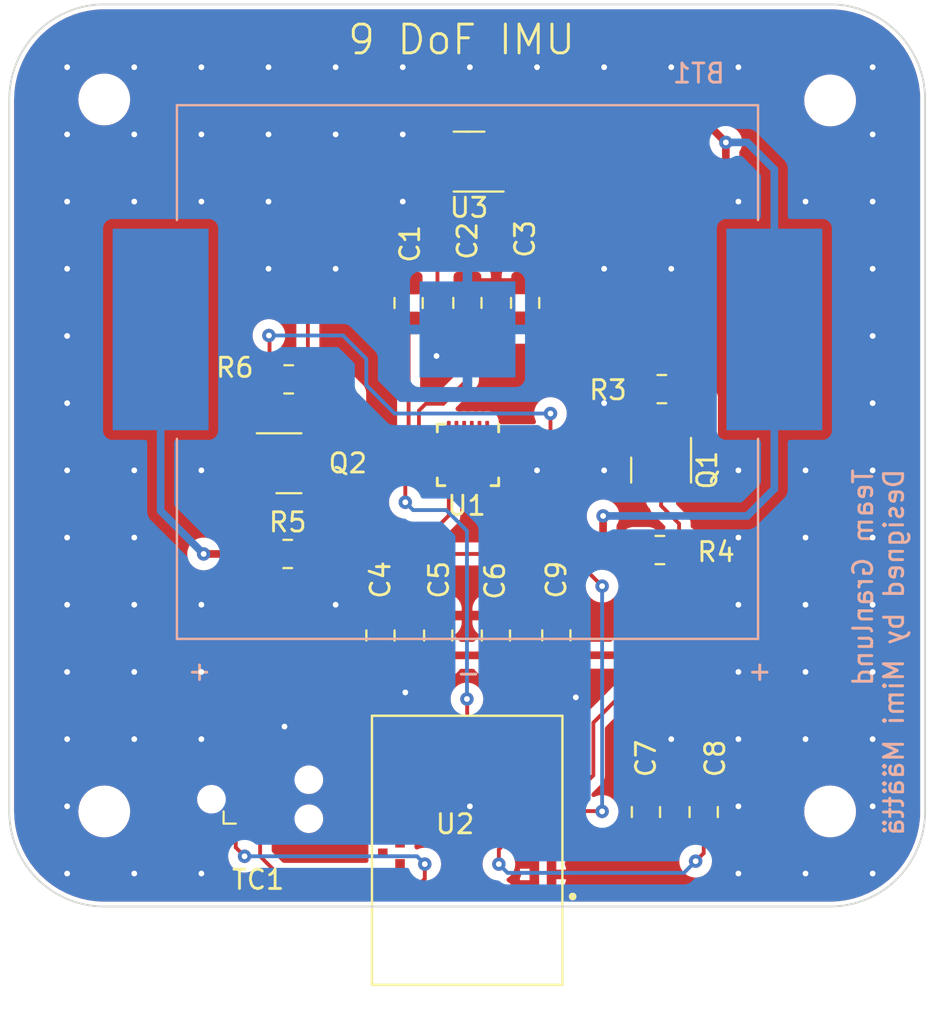
<source format=kicad_pcb>
(kicad_pcb (version 20221018) (generator pcbnew)
  (layers (0 "F.Cu" signal) (31 "B.Cu" signal) (34 "B.Paste" user) (35 "F.Paste" user) (36 "B.SilkS" user "B.Silkscreen") (37 "F.SilkS" user "F.Silkscreen") (38 "B.Mask" user) (39 "F.Mask" user) (44 "Edge.Cuts" user))
  (net 0 "")
  (net 1 "GND")
  (net 2 "VCC")
  (net 3 "Net-(U1-REGOUT)")
  (net 4 "Net-(U2-P0.26)")
  (net 5 "Net-(U2-P0.25)")
  (net 6 "+1V8")
  (net 7 "/SDA")
  (net 8 "/SW_DIO")
  (net 9 "/SW_CLK")
  (net 10 "/RESET")
  (net 19 "/SCL_VIN")
  (net 20 "/INT1")
  (net 27 "/SCL")
  (net 53 "/SDA_VIN")
  (footprint "Package_TO_SOT_SMD:SOT-23" (layer "F.Cu") (at 147.0429 92.8624)
    (fp_text reference "Q2" (at 3.0711 0) (layer "F.SilkS"))
    (fp_text value "BSS138" hide)
    (fp_line (start 0 -1.56) (end -1.675 -1.56) (stroke (width 0.12)) (layer "F.SilkS"))
    (fp_line (start 0 -1.56) (end 0.65 -1.56) (stroke (width 0.12)) (layer "F.SilkS"))
    (fp_line (start 0 1.56) (end -0.65 1.56) (stroke (width 0.12)) (layer "F.SilkS"))
    (fp_line (start 0 1.56) (end 0.65 1.56) (stroke (width 0.12)) (layer "F.SilkS"))
    (pad "1" smd roundrect (at -0.9375 -0.95) (size 1.475 0.6) (layers "F.Cu" "F.Paste" "F.Mask") (net 6 "+1V8"))
    (pad "2" smd roundrect (at -0.9375 0.95) (size 1.475 0.6) (layers "F.Cu" "F.Paste" "F.Mask") (net 7 "/SDA"))
    (pad "3" smd roundrect (at 0.9375 0) (size 1.475 0.6) (layers "F.Cu" "F.Paste" "F.Mask") (net 53 "/SDA_VIN"))
  )
  (footprint "Capacitor_SMD:C_0805_2012Metric_Pad1.18x1.45mm_HandSolder" (layer "F.Cu") (at 165.6588 111.029846 90)
    (fp_text reference "C7" (at 2.793668 -0.004241 90) (layer "F.SilkS"))
    (fp_text value "12p")
    (fp_line (start -0.261252 -0.735) (end 0.261252 -0.735) (stroke (width 0.12)) (layer "F.SilkS"))
    (fp_line (start -0.261252 0.735) (end 0.261252 0.735) (stroke (width 0.12)) (layer "F.SilkS"))
    (pad "1" smd roundrect (at -1.0375 0 90) (size 1.175 1.45) (layers "F.Cu" "F.Paste" "F.Mask") (roundrect_rratio 0.2127659574) (net 4 "Net-(U2-P0.26)"))
    (pad "2" smd roundrect (at 1.0375 0 90) (size 1.175 1.45) (layers "F.Cu" "F.Paste" "F.Mask") (roundrect_rratio 0.2127659574) (net 1 "GND"))
  )
  (footprint "Capacitor_SMD:C_0805_2012Metric_Pad1.18x1.45mm_HandSolder" (layer "F.Cu") (at 168.6688 111.029846 90)
    (fp_text reference "C8" (at 2.793668 0.592559 90) (layer "F.SilkS"))
    (fp_text value "12p")
    (fp_line (start -0.261252 -0.735) (end 0.261252 -0.735) (stroke (width 0.12)) (layer "F.SilkS"))
    (fp_line (start -0.261252 0.735) (end 0.261252 0.735) (stroke (width 0.12)) (layer "F.SilkS"))
    (pad "1" smd roundrect (at -1.0375 0 90) (size 1.175 1.45) (layers "F.Cu" "F.Paste" "F.Mask") (roundrect_rratio 0.2127659574) (net 5 "Net-(U2-P0.25)"))
    (pad "2" smd roundrect (at 1.0375 0 90) (size 1.175 1.45) (layers "F.Cu" "F.Paste" "F.Mask") (roundrect_rratio 0.2127659574) (net 1 "GND"))
  )
  (footprint "MountingHole:MountingHole_2.2mm_M2" (layer "F.Cu") (at 137.414 73.914)
    (fp_text reference "REF**" hide)
    (fp_text value "MountingHole_2.2mm_M2" hide)
    (pad "" np_thru_hole circle (at 0 0) (size 2.2 2.2) (drill 2.2) (layers "*.Cu" "*.Mask"))
  )
  (footprint "Package_TO_SOT_SMD:SOT-23-5" (layer "F.Cu") (at 156.4331 77.15 180)
    (fp_text reference "U3" (at 0 -2.4) (layer "F.SilkS"))
    (fp_text value "TPS76918" hide)
    (fp_line (start 0 -1.56) (end -1.8 -1.56) (stroke (width 0.12)) (layer "F.SilkS"))
    (fp_line (start 0 -1.56) (end 0.8 -1.56) (stroke (width 0.12)) (layer "F.SilkS"))
    (fp_line (start 0 1.56) (end -0.8 1.56) (stroke (width 0.12)) (layer "F.SilkS"))
    (fp_line (start 0 1.56) (end 0.8 1.56) (stroke (width 0.12)) (layer "F.SilkS"))
    (pad "1" smd roundrect (at -1.1375 -0.95 180) (size 1.325 0.6) (layers "F.Cu" "F.Paste" "F.Mask") (net 2 "VCC"))
    (pad "2" smd roundrect (at -1.1375 0 180) (size 1.325 0.6) (layers "F.Cu" "F.Paste" "F.Mask") (net 1 "GND"))
    (pad "3" smd roundrect (at -1.1375 0.95 180) (size 1.325 0.6) (layers "F.Cu" "F.Paste" "F.Mask") (net 2 "VCC"))
    (pad "4" smd roundrect (at 1.1375 0.95 180) (size 1.325 0.6) (layers "F.Cu" "F.Paste" "F.Mask"))
    (pad "5" smd roundrect (at 1.1375 -0.95 180) (size 1.325 0.6) (layers "F.Cu" "F.Paste" "F.Mask") (net 6 "+1V8"))
  )
  (footprint "Resistor_SMD:R_0805_2012Metric_Pad1.20x1.40mm_HandSolder" (layer "F.Cu") (at 166.386 97.3836)
    (fp_text reference "R4" (at 2.9304 0.1016) (layer "F.SilkS"))
    (fp_text value "4.7k")
    (fp_line (start -0.227064 -0.735) (end 0.227064 -0.735) (stroke (width 0.12)) (layer "F.SilkS"))
    (fp_line (start -0.227064 0.735) (end 0.227064 0.735) (stroke (width 0.12)) (layer "F.SilkS"))
    (pad "1" smd roundrect (at -1 0) (size 1.2 1.4) (layers "F.Cu" "F.Paste" "F.Mask") (roundrect_rratio 0.2083333333) (net 2 "VCC"))
    (pad "2" smd roundrect (at 1 0) (size 1.2 1.4) (layers "F.Cu" "F.Paste" "F.Mask") (roundrect_rratio 0.2083333333) (net 19 "/SCL_VIN"))
  )
  (footprint "Capacitor_SMD:C_0805_2012Metric_Pad1.18x1.45mm_HandSolder" (layer "F.Cu") (at 160.9852 101.8247 -90)
    (fp_text reference "C9" (at -2.8956 0 90) (layer "F.SilkS"))
    (fp_text value "1u")
    (fp_line (start -0.261252 -0.735) (end 0.261252 -0.735) (stroke (width 0.12)) (layer "F.SilkS"))
    (fp_line (start -0.261252 0.735) (end 0.261252 0.735) (stroke (width 0.12)) (layer "F.SilkS"))
    (pad "1" smd roundrect (at -1.0375 0 270) (size 1.175 1.45) (layers "F.Cu" "F.Paste" "F.Mask") (roundrect_rratio 0.2127659574) (net 1 "GND"))
    (pad "2" smd roundrect (at 1.0375 0 270) (size 1.175 1.45) (layers "F.Cu" "F.Paste" "F.Mask") (roundrect_rratio 0.2127659574) (net 2 "VCC"))
  )
  (footprint "Resistor_SMD:R_0805_2012Metric_Pad1.20x1.40mm_HandSolder" (layer "F.Cu") (at 146.9804 97.5868)
    (fp_text reference "R5" (at 0 -1.65) (layer "F.SilkS"))
    (fp_text value "4.7k")
    (fp_line (start -0.227064 -0.735) (end 0.227064 -0.735) (stroke (width 0.12)) (layer "F.SilkS"))
    (fp_line (start -0.227064 0.735) (end 0.227064 0.735) (stroke (width 0.12)) (layer "F.SilkS"))
    (pad "1" smd roundrect (at -1 0) (size 1.2 1.4) (layers "F.Cu" "F.Paste" "F.Mask") (roundrect_rratio 0.2083333333) (net 2 "VCC"))
    (pad "2" smd roundrect (at 1 0) (size 1.2 1.4) (layers "F.Cu" "F.Paste" "F.Mask") (roundrect_rratio 0.2083333333) (net 53 "/SDA_VIN"))
  )
  (footprint "MountingHole:MountingHole_2.2mm_M2" (layer "F.Cu") (at 175.26 73.9648)
    (fp_text reference "REF**" hide)
    (fp_text value "MountingHole_2.2mm_M2" hide)
    (pad "" np_thru_hole circle (at 0 0) (size 2.2 2.2) (drill 2.2) (layers "*.Cu" "*.Mask"))
  )
  (footprint "Capacitor_SMD:C_0805_2012Metric_Pad1.18x1.45mm_HandSolder" (layer "F.Cu") (at 157.8356 101.8325 90)
    (fp_text reference "C6" (at 2.8448 -0.0508 90) (layer "F.SilkS"))
    (fp_text value "100n")
    (fp_line (start -0.261252 -0.735) (end 0.261252 -0.735) (stroke (width 0.12)) (layer "F.SilkS"))
    (fp_line (start -0.261252 0.735) (end 0.261252 0.735) (stroke (width 0.12)) (layer "F.SilkS"))
    (pad "1" smd roundrect (at -1.0375 0 90) (size 1.175 1.45) (layers "F.Cu" "F.Paste" "F.Mask") (roundrect_rratio 0.2127659574) (net 2 "VCC"))
    (pad "2" smd roundrect (at 1.0375 0 90) (size 1.175 1.45) (layers "F.Cu" "F.Paste" "F.Mask") (roundrect_rratio 0.2127659574) (net 1 "GND"))
  )
  (footprint "Capacitor_SMD:C_0805_2012Metric_Pad1.18x1.45mm_HandSolder" (layer "F.Cu") (at 153.28335 84.516088 -90)
    (fp_text reference "C1" (at -3.083688 -0.06905 90) (layer "F.SilkS"))
    (fp_text value "0.1u")
    (fp_line (start -0.261252 -0.735) (end 0.261252 -0.735) (stroke (width 0.12)) (layer "F.SilkS"))
    (fp_line (start -0.261252 0.735) (end 0.261252 0.735) (stroke (width 0.12)) (layer "F.SilkS"))
    (pad "1" smd roundrect (at -1.0375 0 270) (size 1.175 1.45) (layers "F.Cu" "F.Paste" "F.Mask") (roundrect_rratio 0.2127659574) (net 1 "GND"))
    (pad "2" smd roundrect (at 1.0375 0 270) (size 1.175 1.45) (layers "F.Cu" "F.Paste" "F.Mask") (roundrect_rratio 0.2127659574) (net 3 "Net-(U1-REGOUT)"))
  )
  (footprint "MountingHole:MountingHole_2.2mm_M2" (layer "F.Cu") (at 175.26 110.998)
    (fp_text reference "REF**" hide)
    (fp_text value "MountingHole_2.2mm_M2" hide)
    (pad "" np_thru_hole circle (at 0 0) (size 2.2 2.2) (drill 2.2) (layers "*.Cu" "*.Mask"))
  )
  (footprint "Connector:Tag-Connect_TC2030-IDC-NL_2x03_P1.27mm_Vertical" (layer "F.Cu") (at 145.542 110.363)
    (fp_text reference "TC1" (at -0.1016 4.191) (layer "F.SilkS"))
    (fp_text value "TC2030-IDC" hide)
    (fp_line (start -1.905 1.27) (end -1.905 0.635) (stroke (width 0.12)) (layer "F.SilkS"))
    (fp_line (start -1.27 1.27) (end -1.905 1.27) (stroke (width 0.12)) (layer "F.SilkS"))
    (pad "" np_thru_hole circle (at -2.54 0) (size 0.9906 0.9906) (drill 0.9906) (layers "*.Cu" "*.Mask"))
    (pad "" np_thru_hole circle (at 2.54 -1.016) (size 0.9906 0.9906) (drill 0.9906) (layers "*.Cu" "*.Mask"))
    (pad "" np_thru_hole circle (at 2.54 1.016) (size 0.9906 0.9906) (drill 0.9906) (layers "*.Cu" "*.Mask"))
    (pad "1" connect circle (at -1.27 0.635) (size 0.7874 0.7874) (layers "F.Cu" "F.Mask") (net 8 "/SW_DIO"))
    (pad "2" connect circle (at -1.27 -0.635) (size 0.7874 0.7874) (layers "F.Cu" "F.Mask") (net 2 "VCC"))
    (pad "3" connect circle (at 0 0.635) (size 0.7874 0.7874) (layers "F.Cu" "F.Mask") (net 9 "/SW_CLK"))
    (pad "4" connect circle (at 0 -0.635) (size 0.7874 0.7874) (layers "F.Cu" "F.Mask") (net 10 "/RESET"))
    (pad "5" connect circle (at 1.27 0.635) (size 0.7874 0.7874) (layers "F.Cu" "F.Mask"))
    (pad "6" connect circle (at 1.27 -0.635) (size 0.7874 0.7874) (layers "F.Cu" "F.Mask") (net 1 "GND"))
    (zone (net 0) (net_name "") (layer "F.Cu") (connect_pads (clearance 0)) (min_thickness 0.254)
      (keepout (tracks allowed) (vias not_allowed) (pads allowed) (copperpour not_allowed) (footprints not_allowed))
      (fill (thermal_gap 0.508) (thermal_bridge_width 0.508))
      (polygon (pts (xy 146.812 109.728) (xy 144.272 109.728) (xy 144.272 110.998) (xy 146.812 110.998)))
    )
  )
  (footprint "Sensor_Motion:InvenSense_QFN-24_3x3mm_P0.4mm" (layer "F.Cu") (at 156.3784 92.4292 -90)
    (fp_text reference "U1" (at 2.6416 0.0762) (layer "F.SilkS"))
    (fp_text value "ICM-20948" hide)
    (fp_line (start -1.6 -1.6) (end -1.2 -1.6) (stroke (width 0.15)) (layer "F.SilkS"))
    (fp_line (start -1.6 1.6) (end -1.6 1.2) (stroke (width 0.15)) (layer "F.SilkS"))
    (fp_line (start -1.6 1.6) (end -1.2 1.6) (stroke (width 0.15)) (layer "F.SilkS"))
    (fp_line (start 1.6 -1.6) (end 1.2 -1.6) (stroke (width 0.15)) (layer "F.SilkS"))
    (fp_line (start 1.6 -1.6) (end 1.6 -1.2) (stroke (width 0.15)) (layer "F.SilkS"))
    (fp_line (start 1.6 1.6) (end 1.2 1.6) (stroke (width 0.15)) (layer "F.SilkS"))
    (fp_line (start 1.6 1.6) (end 1.6 1.2) (stroke (width 0.15)) (layer "F.SilkS"))
    (pad "1" smd roundrect (at -1.5 -1 270) (size 0.55 0.2) (layers "F.Cu" "F.Paste" "F.Mask"))
    (pad "2" smd roundrect (at -1.5 -0.6 270) (size 0.55 0.2) (layers "F.Cu" "F.Paste" "F.Mask"))
    (pad "3" smd roundrect (at -1.5 -0.2 270) (size 0.55 0.2) (layers "F.Cu" "F.Paste" "F.Mask"))
    (pad "4" smd roundrect (at -1.5 0.2 270) (size 0.55 0.2) (layers "F.Cu" "F.Paste" "F.Mask"))
    (pad "5" smd roundrect (at -1.5 0.6 270) (size 0.55 0.2) (layers "F.Cu" "F.Paste" "F.Mask"))
    (pad "6" smd roundrect (at -1.5 1 270) (size 0.55 0.2) (layers "F.Cu" "F.Paste" "F.Mask"))
    (pad "7" smd roundrect (at -1 1.5) (size 0.55 0.2) (layers "F.Cu" "F.Paste" "F.Mask"))
    (pad "8" smd roundrect (at -0.6 1.5) (size 0.55 0.2) (layers "F.Cu" "F.Paste" "F.Mask") (net 6 "+1V8"))
    (pad "9" smd roundrect (at -0.2 1.5) (size 0.55 0.2) (layers "F.Cu" "F.Paste" "F.Mask") (net 1 "GND"))
    (pad "10" smd roundrect (at 0.2 1.5) (size 0.55 0.2) (layers "F.Cu" "F.Paste" "F.Mask") (net 3 "Net-(U1-REGOUT)"))
    (pad "11" smd roundrect (at 0.6 1.5) (size 0.55 0.2) (layers "F.Cu" "F.Paste" "F.Mask") (net 1 "GND"))
    (pad "12" smd roundrect (at 1 1.5) (size 0.55 0.2) (layers "F.Cu" "F.Paste" "F.Mask") (net 20 "/INT1"))
    (pad "13" smd roundrect (at 1.5 1 270) (size 0.55 0.2) (layers "F.Cu" "F.Paste" "F.Mask") (net 6 "+1V8"))
    (pad "14" smd roundrect (at 1.5 0.6 270) (size 0.55 0.2) (layers "F.Cu" "F.Paste" "F.Mask"))
    (pad "15" smd roundrect (at 1.5 0.2 270) (size 0.55 0.2) (layers "F.Cu" "F.Paste" "F.Mask"))
    (pad "16" smd roundrect (at 1.5 -0.2 270) (size 0.55 0.2) (layers "F.Cu" "F.Paste" "F.Mask"))
    (pad "17" smd roundrect (at 1.5 -0.6 270) (size 0.55 0.2) (layers "F.Cu" "F.Paste" "F.Mask"))
    (pad "18" smd roundrect (at 1.5 -1 270) (size 0.55 0.2) (layers "F.Cu" "F.Paste" "F.Mask") (net 1 "GND"))
    (pad "19" smd roundrect (at 1 -1.5) (size 0.55 0.2) (layers "F.Cu" "F.Paste" "F.Mask"))
    (pad "20" smd roundrect (at 0.6 -1.5) (size 0.55 0.2) (layers "F.Cu" "F.Paste" "F.Mask") (net 1 "GND"))
    (pad "21" smd roundrect (at 0.2 -1.5) (size 0.55 0.2) (layers "F.Cu" "F.Paste" "F.Mask"))
    (pad "22" smd roundrect (at -0.2 -1.5) (size 0.55 0.2) (layers "F.Cu" "F.Paste" "F.Mask"))
    (pad "23" smd roundrect (at -0.6 -1.5) (size 0.55 0.2) (layers "F.Cu" "F.Paste" "F.Mask") (net 27 "/SCL"))
    (pad "24" smd roundrect (at -1 -1.5) (size 0.55 0.2) (layers "F.Cu" "F.Paste" "F.Mask") (net 7 "/SDA"))
  )
  (footprint "Capacitor_SMD:C_0805_2012Metric_Pad1.18x1.45mm_HandSolder" (layer "F.Cu") (at 156.3496 84.5097 90)
    (fp_text reference "C2" (at 3.2297 0 90) (layer "F.SilkS"))
    (fp_text value "1u")
    (fp_line (start -0.261252 -0.735) (end 0.261252 -0.735) (stroke (width 0.12)) (layer "F.SilkS"))
    (fp_line (start -0.261252 0.735) (end 0.261252 0.735) (stroke (width 0.12)) (layer "F.SilkS"))
    (pad "1" smd roundrect (at -1.0375 0 90) (size 1.175 1.45) (layers "F.Cu" "F.Paste" "F.Mask") (roundrect_rratio 0.2127659574) (net 6 "+1V8"))
    (pad "2" smd roundrect (at 1.0375 0 90) (size 1.175 1.45) (layers "F.Cu" "F.Paste" "F.Mask") (roundrect_rratio 0.2127659574) (net 1 "GND"))
  )
  (footprint "Capacitor_SMD:C_0805_2012Metric_Pad1.18x1.45mm_HandSolder" (layer "F.Cu") (at 151.8156 101.8325 90)
    (fp_text reference "C4" (at 2.8956 0 90) (layer "F.SilkS"))
    (fp_text value "10u")
    (fp_line (start -0.261252 -0.735) (end 0.261252 -0.735) (stroke (width 0.12)) (layer "F.SilkS"))
    (fp_line (start -0.261252 0.735) (end 0.261252 0.735) (stroke (width 0.12)) (layer "F.SilkS"))
    (pad "1" smd roundrect (at -1.0375 0 90) (size 1.175 1.45) (layers "F.Cu" "F.Paste" "F.Mask") (roundrect_rratio 0.2127659574) (net 2 "VCC"))
    (pad "2" smd roundrect (at 1.0375 0 90) (size 1.175 1.45) (layers "F.Cu" "F.Paste" "F.Mask") (roundrect_rratio 0.2127659574) (net 1 "GND"))
  )
  (footprint "Package_TO_SOT_SMD:SOT-23" (layer "F.Cu") (at 166.4485 93.218 -90)
    (fp_text reference "Q1" (at 0 -2.4 90) (layer "F.SilkS"))
    (fp_text value "BSS138" hide)
    (fp_line (start 0 -1.56) (end -1.675 -1.56) (stroke (width 0.12)) (layer "F.SilkS"))
    (fp_line (start 0 -1.56) (end 0.65 -1.56) (stroke (width 0.12)) (layer "F.SilkS"))
    (fp_line (start 0 1.56) (end -0.65 1.56) (stroke (width 0.12)) (layer "F.SilkS"))
    (fp_line (start 0 1.56) (end 0.65 1.56) (stroke (width 0.12)) (layer "F.SilkS"))
    (pad "1" smd roundrect (at -0.9375 -0.95 270) (size 1.475 0.6) (layers "F.Cu" "F.Paste" "F.Mask") (net 6 "+1V8"))
    (pad "2" smd roundrect (at -0.9375 0.95 270) (size 1.475 0.6) (layers "F.Cu" "F.Paste" "F.Mask") (net 27 "/SCL"))
    (pad "3" smd roundrect (at 0.9375 0 270) (size 1.475 0.6) (layers "F.Cu" "F.Paste" "F.Mask") (net 19 "/SCL_VIN"))
  )
  (footprint "BMD-301-A-R:BMD-301-A-R" (layer "F.Cu") (at 156.337 113.03 180)
    (fp_text reference "U2" (at 0.635 1.3716) (layer "F.SilkS"))
    (fp_text value "BMD-301-A-R" hide)
    (fp_line (start -4.965 -7) (end 4.965 -7) (stroke (width 0.127)) (layer "F.SilkS"))
    (fp_line (start -4.965 7.015) (end -4.965 -7) (stroke (width 0.127)) (layer "F.SilkS"))
    (fp_line (start 4.965 -7) (end 4.965 7.015) (stroke (width 0.127)) (layer "F.SilkS"))
    (fp_line (start 4.965 7.015) (end -4.965 7.015) (stroke (width 0.127)) (layer "F.SilkS"))
    (fp_circle (center -5.5 -2.4) (end -5.4 -2.4) (stroke (width 0.2)) (fill none) (layer "F.SilkS"))
    (pad "1" smd rect (at -4.4 -2.35 90) (size 0.5 0.5) (layers "F.Cu" "F.Paste" "F.Mask") (net 1 "GND"))
    (pad "2" smd rect (at -3.5 -1.8 90) (size 0.5 0.5) (layers "F.Cu" "F.Paste" "F.Mask") (net 1 "GND"))
    (pad "3" smd rect (at -4.4 -1.25 90) (size 0.5 0.5) (layers "F.Cu" "F.Paste" "F.Mask") (net 1 "GND"))
    (pad "4" smd rect (at -3.5 -0.7 90) (size 0.5 0.5) (layers "F.Cu" "F.Paste" "F.Mask") (net 1 "GND"))
    (pad "5" smd rect (at -4.4 -0.15 90) (size 0.5 0.5) (layers "F.Cu" "F.Paste" "F.Mask") (net 1 "GND"))
    (pad "6" smd rect (at -3.5 0.4 90) (size 0.5 0.5) (layers "F.Cu" "F.Paste" "F.Mask") (net 5 "Net-(U2-P0.25)"))
    (pad "7" smd rect (at -4.4 0.95 90) (size 0.5 0.5) (layers "F.Cu" "F.Paste" "F.Mask") (net 4 "Net-(U2-P0.26)"))
    (pad "8" smd rect (at -3.5 1.5 90) (size 0.5 0.5) (layers "F.Cu" "F.Paste" "F.Mask"))
    (pad "9" smd rect (at -4.4 2.05 90) (size 0.5 0.5) (layers "F.Cu" "F.Paste" "F.Mask") (net 53 "/SDA_VIN"))
    (pad "10" smd rect (at -3.5 2.6 90) (size 0.5 0.5) (layers "F.Cu" "F.Paste" "F.Mask"))
    (pad "11" smd rect (at -4.4 3.15 90) (size 0.5 0.5) (layers "F.Cu" "F.Paste" "F.Mask") (net 19 "/SCL_VIN"))
    (pad "12" smd rect (at -3.5 3.7 90) (size 0.5 0.5) (layers "F.Cu" "F.Paste" "F.Mask"))
    (pad "13" smd rect (at -4.4 4.25 90) (size 0.5 0.5) (layers "F.Cu" "F.Paste" "F.Mask") (net 1 "GND"))
    (pad "14" smd rect (at -3.5 4.8 90) (size 0.5 0.5) (layers "F.Cu" "F.Paste" "F.Mask"))
    (pad "15" smd rect (at -4.4 5.35 90) (size 0.5 0.5) (layers "F.Cu" "F.Paste" "F.Mask"))
    (pad "16" smd rect (at -4.4 6.45 90) (size 0.5 0.5) (layers "F.Cu" "F.Paste" "F.Mask") (net 1 "GND"))
    (pad "17" smd rect (at -3.3 6.45 90) (size 0.5 0.5) (layers "F.Cu" "F.Paste" "F.Mask") (net 2 "VCC"))
    (pad "18" smd rect (at -2.75 5.55 90) (size 0.5 0.5) (layers "F.Cu" "F.Paste" "F.Mask") (net 1 "GND"))
    (pad "19" smd rect (at -2.2 6.45 90) (size 0.5 0.5) (layers "F.Cu" "F.Paste" "F.Mask"))
    (pad "20" smd rect (at -1.65 5.55 90) (size 0.5 0.5) (layers "F.Cu" "F.Paste" "F.Mask"))
    (pad "21" smd rect (at -1.1 6.45 90) (size 0.5 0.5) (layers "F.Cu" "F.Paste" "F.Mask"))
    (pad "22" smd rect (at -0.55 5.55 90) (size 0.5 0.5) (layers "F.Cu" "F.Paste" "F.Mask"))
    (pad "23" smd rect (at 0 6.45 90) (size 0.5 0.5) (layers "F.Cu" "F.Paste" "F.Mask") (net 20 "/INT1"))
    (pad "24" smd rect (at 0.55 5.55 90) (size 0.5 0.5) (layers "F.Cu" "F.Paste" "F.Mask"))
    (pad "25" smd rect (at 1.1 6.45 90) (size 0.5 0.5) (layers "F.Cu" "F.Paste" "F.Mask"))
    (pad "26" smd rect (at 1.65 5.55 90) (size 0.5 0.5) (layers "F.Cu" "F.Paste" "F.Mask"))
    (pad "27" smd rect (at 2.2 6.45 90) (size 0.5 0.5) (layers "F.Cu" "F.Paste" "F.Mask"))
    (pad "28" smd rect (at 2.75 5.55 90) (size 0.5 0.5) (layers "F.Cu" "F.Paste" "F.Mask"))
    (pad "29" smd rect (at 3.3 6.45 90) (size 0.5 0.5) (layers "F.Cu" "F.Paste" "F.Mask") (net 1 "GND"))
    (pad "30" smd rect (at 4.4 6.45 90) (size 0.5 0.5) (layers "F.Cu" "F.Paste" "F.Mask") (net 1 "GND"))
    (pad "31" smd rect (at 4.4 5.35 90) (size 0.5 0.5) (layers "F.Cu" "F.Paste" "F.Mask"))
    (pad "32" smd rect (at 3.5 4.8 90) (size 0.5 0.5) (layers "F.Cu" "F.Paste" "F.Mask"))
    (pad "33" smd rect (at 4.4 4.25 90) (size 0.5 0.5) (layers "F.Cu" "F.Paste" "F.Mask"))
    (pad "34" smd rect (at 3.5 3.7 90) (size 0.5 0.5) (layers "F.Cu" "F.Paste" "F.Mask"))
    (pad "35" smd rect (at 4.4 3.15 90) (size 0.5 0.5) (layers "F.Cu" "F.Paste" "F.Mask"))
    (pad "36" smd rect (at 3.5 2.6 90) (size 0.5 0.5) (layers "F.Cu" "F.Paste" "F.Mask"))
    (pad "37" smd rect (at 4.4 2.05 90) (size 0.5 0.5) (layers "F.Cu" "F.Paste" "F.Mask"))
    (pad "38" smd rect (at 3.5 1.5 90) (size 0.5 0.5) (layers "F.Cu" "F.Paste" "F.Mask"))
    (pad "39" smd rect (at 4.4 0.95 90) (size 0.5 0.5) (layers "F.Cu" "F.Paste" "F.Mask") (net 10 "/RESET"))
    (pad "40" smd rect (at 3.5 0.4 90) (size 0.5 0.5) (layers "F.Cu" "F.Paste" "F.Mask"))
    (pad "41" smd rect (at 4.4 -0.15 90) (size 0.5 0.5) (layers "F.Cu" "F.Paste" "F.Mask"))
    (pad "42" smd rect (at 3.5 -0.7 90) (size 0.5 0.5) (layers "F.Cu" "F.Paste" "F.Mask"))
    (pad "43" smd rect (at 4.4 -1.25 90) (size 0.5 0.5) (layers "F.Cu" "F.Paste" "F.Mask") (net 9 "/SW_CLK"))
    (pad "44" smd rect (at 3.5 -1.8 90) (size 0.5 0.5) (layers "F.Cu" "F.Paste" "F.Mask") (net 8 "/SW_DIO"))
    (pad "45" smd rect (at 4.4 -2.35 90) (size 0.5 0.5) (layers "F.Cu" "F.Paste" "F.Mask") (net 1 "GND"))
    (pad "46" smd rect (at 1.65 -2.35 90) (size 0.5 0.5) (layers "F.Cu" "F.Paste" "F.Mask") (net 1 "GND"))
    (pad "47" smd rect (at -1.65 -2.35 90) (size 0.5 0.5) (layers "F.Cu" "F.Paste" "F.Mask") (net 1 "GND"))
    (zone (net 0) (net_name "") (layer "F.Cu") (connect_pads (clearance 0)) (min_thickness 0.01)
      (keepout (tracks not_allowed) (vias not_allowed) (pads not_allowed) (copperpour not_allowed) (footprints allowed))
      (fill (thermal_gap 0.508) (thermal_bridge_width 0.508))
      (polygon (pts (xy 161.267 120.03) (xy 151.367 120.03) (xy 151.367 115.64) (xy 161.267 115.64)))
    )
  )
  (footprint "MountingHole:MountingHole_2.2mm_M2" (layer "F.Cu") (at 137.414 110.998)
    (fp_text reference "REF**" hide)
    (fp_text value "MountingHole_2.2mm_M2" hide)
    (pad "" np_thru_hole circle (at 0 0) (size 2.2 2.2) (drill 2.2) (layers "*.Cu" "*.Mask"))
  )
  (footprint "Resistor_SMD:R_0805_2012Metric_Pad1.20x1.40mm_HandSolder" (layer "F.Cu") (at 147.0312 88.4936 180)
    (fp_text reference "R6" (at 2.81 0.6096) (layer "F.SilkS"))
    (fp_text value "4.7k")
    (fp_line (start -0.227064 -0.735) (end 0.227064 -0.735) (stroke (width 0.12)) (layer "F.SilkS"))
    (fp_line (start -0.227064 0.735) (end 0.227064 0.735) (stroke (width 0.12)) (layer "F.SilkS"))
    (pad "1" smd roundrect (at -1 0 180) (size 1.2 1.4) (layers "F.Cu" "F.Paste" "F.Mask") (roundrect_rratio 0.2083333333) (net 6 "+1V8"))
    (pad "2" smd roundrect (at 1 0 180) (size 1.2 1.4) (layers "F.Cu" "F.Paste" "F.Mask") (roundrect_rratio 0.2083333333) (net 7 "/SDA"))
  )
  (footprint "Capacitor_SMD:C_0805_2012Metric_Pad1.18x1.45mm_HandSolder" (layer "F.Cu") (at 154.8256 101.8325 90)
    (fp_text reference "C5" (at 2.8956 0.038 90) (layer "F.SilkS"))
    (fp_text value "1u")
    (fp_line (start -0.261252 -0.735) (end 0.261252 -0.735) (stroke (width 0.12)) (layer "F.SilkS"))
    (fp_line (start -0.261252 0.735) (end 0.261252 0.735) (stroke (width 0.12)) (layer "F.SilkS"))
    (pad "1" smd roundrect (at -1.0375 0 90) (size 1.175 1.45) (layers "F.Cu" "F.Paste" "F.Mask") (roundrect_rratio 0.2127659574) (net 2 "VCC"))
    (pad "2" smd roundrect (at 1.0375 0 90) (size 1.175 1.45) (layers "F.Cu" "F.Paste" "F.Mask") (roundrect_rratio 0.2127659574) (net 1 "GND"))
  )
  (footprint "Capacitor_SMD:C_0805_2012Metric_Pad1.18x1.45mm_HandSolder" (layer "F.Cu") (at 159.3596 84.5097 90)
    (fp_text reference "C3" (at 3.3313 -0.0128 90) (layer "F.SilkS"))
    (fp_text value "0.1u")
    (fp_line (start -0.261252 -0.735) (end 0.261252 -0.735) (stroke (width 0.12)) (layer "F.SilkS"))
    (fp_line (start -0.261252 0.735) (end 0.261252 0.735) (stroke (width 0.12)) (layer "F.SilkS"))
    (pad "1" smd roundrect (at -1.0375 0 90) (size 1.175 1.45) (layers "F.Cu" "F.Paste" "F.Mask") (roundrect_rratio 0.2127659574) (net 6 "+1V8"))
    (pad "2" smd roundrect (at 1.0375 0 90) (size 1.175 1.45) (layers "F.Cu" "F.Paste" "F.Mask") (roundrect_rratio 0.2127659574) (net 1 "GND"))
  )
  (footprint "Resistor_SMD:R_0805_2012Metric_Pad1.20x1.40mm_HandSolder" (layer "F.Cu") (at 166.4876 89.0016 180)
    (fp_text reference "R3" (at 2.81 -0.0508) (layer "F.SilkS"))
    (fp_text value "4.7k")
    (fp_line (start -0.227064 -0.735) (end 0.227064 -0.735) (stroke (width 0.12)) (layer "F.SilkS"))
    (fp_line (start -0.227064 0.735) (end 0.227064 0.735) (stroke (width 0.12)) (layer "F.SilkS"))
    (pad "1" smd roundrect (at -1 0 180) (size 1.2 1.4) (layers "F.Cu" "F.Paste" "F.Mask") (roundrect_rratio 0.2083333333) (net 6 "+1V8"))
    (pad "2" smd roundrect (at 1 0 180) (size 1.2 1.4) (layers "F.Cu" "F.Paste" "F.Mask") (roundrect_rratio 0.2083333333) (net 27 "/SCL"))
  )
  (footprint "CR2477-clip:BAT_BRX1-2477-SM" (layer "B.Cu") (at 156.3525 85.892 180)
    (fp_text reference "BT1" (at -12.065 13.335) (layer "B.SilkS") (effects (justify mirror)))
    (fp_text value "BRX1-2477-SM" hide)
    (fp_text user "-" (at -0.0508 -17.8816) (layer "B.SilkS") (effects (justify mirror)))
    (fp_text user "+" (at 13.97 -17.78) (layer "B.SilkS") (effects (justify mirror)))
    (fp_text user "+" (at -15.24 -17.78) (layer "B.SilkS") (effects (justify mirror)))
    (fp_line (start -15.15 -16.12) (end 15.15 -16.12) (stroke (width 0.127)) (layer "B.SilkS"))
    (fp_line (start -15.15 -5.7) (end -15.15 -16.12) (stroke (width 0.127)) (layer "B.SilkS"))
    (fp_line (start -15.15 11.68) (end -15.15 5.7) (stroke (width 0.127)) (layer "B.SilkS"))
    (fp_line (start 15.15 -16.12) (end 15.15 -5.7) (stroke (width 0.127)) (layer "B.SilkS"))
    (fp_line (start 15.15 5.7) (end 15.15 11.68) (stroke (width 0.127)) (layer "B.SilkS"))
    (fp_line (start 15.15 11.68) (end -15.15 11.68) (stroke (width 0.127)) (layer "B.SilkS"))
    (pad "-" smd rect (at 0 0 180) (size 5 5) (layers "B.Cu" "B.Mask") (net 1 "GND"))
    (pad "1+" smd rect (at -16 0 180) (size 5 10.5) (layers "B.Cu" "B.Paste" "B.Mask") (net 2 "VCC"))
    (pad "2+" smd rect (at 16 0 180) (size 5 10.5) (layers "B.Cu" "B.Paste" "B.Mask") (net 2 "VCC"))
  )
  (gr_line (start 132.461 73.914) (end 132.461 110.998) (stroke (width 0.1)) (layer "Edge.Cuts"))
  (gr_line (start 180.213 73.914) (end 180.213 110.998) (stroke (width 0.1)) (layer "Edge.Cuts"))
  (gr_arc (start 175.26 68.961) (mid 178.7623 70.4117) (end 180.213 73.914) (stroke (width 0.1)) (layer "Edge.Cuts"))
  (gr_arc (start 132.461 73.914) (mid 133.9117 70.4117) (end 137.414 68.961) (stroke (width 0.1)) (layer "Edge.Cuts"))
  (gr_line (start 137.414 115.951) (end 175.26 115.951) (stroke (width 0.1)) (layer "Edge.Cuts"))
  (gr_arc (start 180.213 110.998) (mid 178.7623 114.5003) (end 175.26 115.951) (stroke (width 0.1)) (layer "Edge.Cuts"))
  (gr_arc (start 137.414 115.951) (mid 133.9117 114.5003) (end 132.461 110.998) (stroke (width 0.1)) (layer "Edge.Cuts"))
  (gr_line (start 137.414 68.961) (end 175.26 68.961) (stroke (width 0.1)) (layer "Edge.Cuts"))
  (gr_text "Team Granlund\nDesigned by Mimi Määttä" (at 179.1716 93.0656 90) (layer "B.SilkS") (effects (font (size 1 1) (thickness 0.155)) (justify left bottom mirror)))
  (gr_text "9 DoF IMU" (at 150.0124 71.6788) (layer "F.SilkS") (effects (font (size 1.5 1.5) (thickness 0.155)) (justify left bottom)))
  (segment (start 155.564 93.0292) (end 157.8784 93.0292) (width 0.2) (layer "F.Cu") (net 1))
  (segment (start 157.226 108.8644) (end 156.4784 109.612) (width 0.2) (layer "F.Cu") (net 1))
  (segment (start 159.087 107.48) (end 159.087 107.8162) (width 0.2) (layer "F.Cu") (net 1))
  (segment (start 159.087 107.8162) (end 158.0388 108.8644) (width 0.2) (layer "F.Cu") (net 1))
  (segment (start 155.406188 92.871388) (end 155.4534 92.824175) (width 0.2) (layer "F.Cu") (net 1))
  (segment (start 155.4534 92.824175) (end 155.4534 92.434225) (width 0.2) (layer "F.Cu") (net 1))
  (segment (start 157.3784 93.9292) (end 157.3784 95.1484) (width 0.2) (layer "F.Cu") (net 1))
  (segment (start 157.6324 95.4024) (end 159.7152 95.4024) (width 0.2) (layer "F.Cu") (net 1))
  (segment (start 158.0388 108.8644) (end 157.226 108.8644) (width 0.2) (layer "F.Cu") (net 1))
  (segment (start 155.406188 92.871388) (end 155.564 93.0292) (width 0.2) (layer "F.Cu") (net 1))
  (segment (start 159.9784 95.1392) (end 159.7152 95.4024) (width 0.2) (layer "F.Cu") (net 1))
  (segment (start 155.248375 92.2292) (end 154.8784 92.2292) (width 0.2) (layer "F.Cu") (net 1))
  (segment (start 159.9784 93.2324) (end 159.9784 95.1392) (width 0.2) (layer "F.Cu") (net 1))
  (segment (start 156.4784 109.612) (end 156.4784 110.7324) (width 0.2) (layer "F.Cu") (net 1))
  (segment (start 146.812 106.5784) (end 146.812 109.728) (width 0.2) (layer "F.Cu") (net 1))
  (segment (start 158.8152 93.0292) (end 159.0184 93.2324) (width 0.2) (layer "F.Cu") (net 1))
  (segment (start 159.0184 93.2324) (end 159.9784 93.2324) (width 0.2) (layer "F.Cu") (net 1))
  (segment (start 155.4534 92.434225) (end 155.248375 92.2292) (width 0.2) (layer "F.Cu") (net 1))
  (segment (start 154.8784 93.0292) (end 155.248375 93.0292) (width 0.2) (layer "F.Cu") (net 1))
  (segment (start 155.248375 93.0292) (end 155.406188 92.871388) (width 0.2) (layer "F.Cu") (net 1))
  (segment (start 157.3784 95.1484) (end 157.6324 95.4024) (width 0.2) (layer "F.Cu") (net 1))
  (segment (start 157.8784 93.0292) (end 158.8152 93.0292) (width 0.2) (layer "F.Cu") (net 1))
  (via (at 159.9784 93.2324) (size 0.7) (drill 0.3) (layers "F.Cu" "B.Cu") (net 1))
  (via (at 170.4784 96.7324) (size 0.7) (drill 0.3) (layers "F.Cu" "B.Cu") (net 1))
  (via (at 163.4784 72.2324) (size 0.7) (drill 0.3) (layers "F.Cu" "B.Cu") (net 1))
  (via (at 177.4784 82.7324) (size 0.7) (drill 0.3) (layers "F.Cu" "B.Cu") (net 1))
  (via (at 162.0012 105.0544) (size 0.7) (drill 0.3) (layers "F.Cu" "B.Cu") (net 1))
  (via (at 170.4784 110.7324) (size 0.7) (drill 0.3) (layers "F.Cu" "B.Cu") (net 1))
  (via (at 177.4784 100.2324) (size 0.7) (drill 0.3) (layers "F.Cu" "B.Cu") (net 1))
  (via (at 149.4784 100.2324) (size 0.7) (drill 0.3) (layers "F.Cu" "B.Cu") (net 1))
  (via (at 163.4784 82.7324) (size 0.7) (drill 0.3) (layers "F.Cu" "B.Cu") (net 1))
  (via (at 177.4784 75.7324) (size 0.7) (drill 0.3) (layers "F.Cu" "B.Cu") (net 1))
  (via (at 142.4784 75.7324) (size 0.7) (drill 0.3) (layers "F.Cu" "B.Cu") (net 1))
  (via (at 138.9784 100.2324) (size 0.7) (drill 0.3) (layers "F.Cu" "B.Cu") (net 1))
  (via (at 170.4784 107.2324) (size 0.7) (drill 0.3) (layers "F.Cu" "B.Cu") (net 1))
  (via (at 177.4784 103.7324) (size 0.7) (drill 0.3) (layers "F.Cu" "B.Cu") (net 1))
  (via (at 142.4784 93.2324) (size 0.7) (drill 0.3) (layers "F.Cu" "B.Cu") (net 1))
  (via (at 163.4784 93.2324) (size 0.7) (drill 0.3) (layers "F.Cu" "B.Cu") (net 1))
  (via (at 177.4784 89.7324) (size 0.7) (drill 0.3) (layers "F.Cu" "B.Cu") (net 1))
  (via (at 135.4784 114.2324) (size 0.7) (drill 0.3) (layers "F.Cu" "B.Cu") (net 1))
  (via (at 166.9784 82.7324) (size 0.7) (drill 0.3) (layers "F.Cu" "B.Cu") (net 1))
  (via (at 173.9784 79.2324) (size 0.7) (drill 0.3) (layers "F.Cu" "B.Cu") (net 1))
  (via (at 153.1112 104.8004) (size 0.7) (drill 0.3) (layers "F.Cu" "B.Cu") (net 1))
  (via (at 142.4784 107.2324) (size 0.7) (drill 0.3) (layers "F.Cu" "B.Cu") (net 1))
  (via (at 135.4784 72.2324) (size 0.7) (drill 0.3) (layers "F.Cu" "B.Cu") (net 1))
  (via (at 135.4784 93.2324) (size 0.7) (drill 0.3) (layers "F.Cu" "B.Cu") (net 1))
  (via (at 135.4784 107.2324) (size 0.7) (drill 0.3) (layers "F.Cu" "B.Cu") (net 1))
  (via (at 135.4784 79.2324) (size 0.7) (drill 0.3) (layers "F.Cu" "B.Cu") (net 1))
  (via (at 173.9784 100.2324) (size 0.7) (drill 0.3) (layers "F.Cu" "B.Cu") (net 1))
  (via (at 145.9784 79.2324) (size 0.7) (drill 0.3) (layers "F.Cu" "B.Cu") (net 1))
  (via (at 142.4784 79.2324) (size 0.7) (drill 0.3) (layers "F.Cu" "B.Cu") (net 1))
  (via (at 177.4784 79.2324) (size 0.7) (drill 0.3) (layers "F.Cu" "B.Cu") (net 1))
  (via (at 177.4784 72.2324) (size 0.7) (drill 0.3) (layers "F.Cu" "B.Cu") (net 1))
  (via (at 173.9784 96.7324) (size 0.7) (drill 0.3) (layers "F.Cu" "B.Cu") (net 1))
  (via (at 177.4784 86.2324) (size 0.7) (drill 0.3) (layers "F.Cu" "B.Cu") (net 1))
  (via (at 173.9784 103.7324) (size 0.7) (drill 0.3) (layers "F.Cu" "B.Cu") (net 1))
  (via (at 166.9784 107.2324) (size 0.7) (drill 0.3) (layers "F.Cu" "B.Cu") (net 1))
  (via (at 177.4784 114.2324) (size 0.7) (drill 0.3) (layers "F.Cu" "B.Cu") (net 1))
  (via (at 135.4784 82.7324) (size 0.7) (drill 0.3) (layers "F.Cu" "B.Cu") (net 1))
  (via (at 170.4784 79.2324) (size 0.7) (drill 0.3) (layers "F.Cu" "B.Cu") (net 1))
  (via (at 170.4784 100.2324) (size 0.7) (drill 0.3) (layers "F.Cu" "B.Cu") (net 1))
  (via (at 149.4784 82.7324) (size 0.7) (drill 0.3) (layers "F.Cu" "B.Cu") (net 1))
  (via (at 138.9784 96.7324) (size 0.7) (drill 0.3) (layers "F.Cu" "B.Cu") (net 1))
  (via (at 173.9784 114.2324) (size 0.7) (drill 0.3) (layers "F.Cu" "B.Cu") (net 1))
  (via (at 173.9784 93.2324) (size 0.7) (drill 0.3) (layers "F.Cu" "B.Cu") (net 1))
  (via (at 152.9784 79.2324) (size 0.7) (drill 0.3) (layers "F.Cu" "B.Cu") (net 1))
  (via (at 138.9784 75.7324) (size 0.7) (drill 0.3) (layers "F.Cu" "B.Cu") (net 1))
  (via (at 146.812 106.5784) (size 0.7) (drill 0.3) (layers "F.Cu" "B.Cu") (net 1))
  (via (at 156.4784 72.2324) (size 0.7) (drill 0.3) (layers "F.Cu" "B.Cu") (net 1))
  (via (at 138.9784 107.2324) (size 0.7) (drill 0.3) (layers "F.Cu" "B.Cu") (net 1))
  (via (at 152.9784 75.7324) (size 0.7) (drill 0.3) (layers "F.Cu" "B.Cu") (net 1))
  (via (at 149.4784 72.2324) (size 0.7) (drill 0.3) (layers "F.Cu" "B.Cu") (net 1))
  (via (at 138.9784 72.2324) (size 0.7) (drill 0.3) (layers "F.Cu" "B.Cu") (net 1))
  (via (at 170.4784 93.2324) (size 0.7) (drill 0.3) (layers "F.Cu" "B.Cu") (net 1))
  (via (at 173.9784 107.2324) (size 0.7) (drill 0.3) (layers "F.Cu" "B.Cu") (net 1))
  (via (at 142.4784 114.2324) (size 0.7) (drill 0.3) (layers "F.Cu" "B.Cu") (net 1))
  (via (at 135.4784 103.7324) (size 0.7) (drill 0.3) (layers "F.Cu" "B.Cu") (net 1))
  (via (at 138.9784 114.2324) (size 0.7) (drill 0.3) (layers "F.Cu" "B.Cu") (net 1))
  (via (at 156.4784 110.7324) (size 0.7) (drill 0.3) (layers "F.Cu" "B.Cu") (net 1))
  (via (at 138.9784 93.2324) (size 0.7) (drill 0.3) (layers "F.Cu" "B.Cu") (net 1))
  (via (at 142.4784 72.2324) (size 0.7) (drill 0.3) (layers "F.Cu" "B.Cu") (net 1))
  (via (at 135.4784 75.7324) (size 0.7) (drill 0.3) (layers "F.Cu" "B.Cu") (net 1))
  (via (at 135.4784 96.7324) (size 0.7) (drill 0.3) (layers "F.Cu" "B.Cu") (net 1))
  (via (at 177.4784 96.7324) (size 0.7) (drill 0.3) (layers "F.Cu" "B.Cu") (net 1))
  (via (at 138.9784 79.2324) (size 0.7) (drill 0.3) (layers "F.Cu" "B.Cu") (net 1))
  (via (at 170.4784 72.2324) (size 0.7) (drill 0.3) (layers "F.Cu" "B.Cu") (net 1))
  (via (at 145.9784 72.2324) (size 0.7) (drill 0.3) (layers "F.Cu" "B.Cu") (net 1))
  (via (at 145.9784 82.7324) (size 0.7) (drill 0.3) (layers "F.Cu" "B.Cu") (net 1))
  (via (at 135.4784 86.2324) (size 0.7) (drill 0.3) (layers "F.Cu" "B.Cu") (net 1))
  (via (at 145.9784 75.7324) (size 0.7) (drill 0.3) (layers "F.Cu" "B.Cu") (net 1))
  (via (at 138.9784 103.7324) (size 0.7) (drill 0.3) (layers "F.Cu" "B.Cu") (net 1))
  (via (at 135.4784 89.7324) (size 0.7) (drill 0.3) (layers "F.Cu" "B.Cu") (net 1))
  (via (at 166.9784 72.2324) (size 0.7) (drill 0.3) (layers "F.Cu" "B.Cu") (net 1))
  (via (at 135.4784 100.2324) (size 0.7) (drill 0.3) (layers "F.Cu" "B.Cu") (net 1))
  (via (at 142.4784 103.7324) (size 0.7) (drill 0.3) (layers "F.Cu" "B.Cu") (net 1))
  (via (at 177.4784 110.7324) (size 0.7) (drill 0.3) (layers "F.Cu" "B.Cu") (net 1))
  (via (at 163.4784 89.7324) (size 0.7) (drill 0.3) (layers "F.Cu" "B.Cu") (net 1))
  (via (at 154.7368 87.2744) (size 0.7) (drill 0.3) (layers "F.Cu" "B.Cu") (net 1))
  (via (at 135.4784 110.7324) (size 0.7) (drill 0.3) (layers "F.Cu" "B.Cu") (net 1))
  (via (at 159.9784 72.2324) (size 0.7) (drill 0.3) (layers "F.Cu" "B.Cu") (net 1))
  (via (at 170.4784 103.7324) (size 0.7) (drill 0.3) (layers "F.Cu" "B.Cu") (net 1))
  (via (at 152.9784 72.2324) (size 0.7) (drill 0.3) (layers "F.Cu" "B.Cu") (net 1))
  (via (at 149.4784 75.7324) (size 0.7) (drill 0.3) (layers "F.Cu" "B.Cu") (net 1))
  (via (at 177.4784 93.2324) (size 0.7) (drill 0.3) (layers "F.Cu" "B.Cu") (net 1))
  (via (at 142.4784 100.2324) (size 0.7) (drill 0.3) (layers "F.Cu" "B.Cu") (net 1))
  (via (at 170.4784 114.2324) (size 0.7) (drill 0.3) (layers "F.Cu" "B.Cu") (net 1))
  (via (at 177.4784 107.2324) (size 0.7) (drill 0.3) (layers "F.Cu" "B.Cu") (net 1))
  (segment (start 158.1404 76.2) (end 159.1056 75.2348) (width 0.4) (layer "F.Cu") (net 2))
  (segment (start 168.1988 75.2348) (end 168.91 75.2348) (width 0.4) (layer "F.Cu") (net 2))
  (segment (start 164.1426 102.8622) (end 165.386 101.6188) (width 0.4) (layer "F.Cu") (net 2))
  (segment (start 160.9852 102.8622) (end 160.9852 103.9876) (width 0.4) (layer "F.Cu") (net 2))
  (segment (start 144.272 104.2924) (end 146.7866 101.7778) (width 0.4) (layer "F.Cu") (net 2))
  (segment (start 163.9316 97.3836) (end 165.386 97.3836) (width 0.4) (layer "F.Cu") (net 2))
  (segment (start 154.8256 102.87) (end 157.8356 102.87) (width 0.4) (layer "F.Cu") (net 2))
  (segment (start 142.5956 97.5868) (end 145.9804 97.5868) (width 0.4) (layer "F.Cu") (net 2))
  (segment (start 169.8244 77.5208) (end 169.8244 76.1492) (width 0.4) (layer "F.Cu") (net 2))
  (segment (start 159.637 105.3358) (end 159.637 106.58) (width 0.4) (layer "F.Cu") (net 2))
  (segment (start 157.5706 78.1) (end 158.7704 78.1) (width 0.4) (layer "F.Cu") (net 2))
  (segment (start 159.1056 75.2348) (end 168.1988 75.2348) (width 0.4) (layer "F.Cu") (net 2))
  (segment (start 163.4236 95.6056) (end 163.4236 96.8756) (width 0.4) (layer "F.Cu") (net 2))
  (segment (start 144.272 109.728) (end 144.272 104.2924) (width 0.4) (layer "F.Cu") (net 2))
  (segment (start 165.386 101.6188) (end 165.386 97.3836) (width 0.4) (layer "F.Cu") (net 2))
  (segment (start 168.5544 78.7908) (end 169.8244 77.5208) (width 0.4) (layer "F.Cu") (net 2))
  (segment (start 146.7866 101.7778) (end 147.8788 102.87) (width 0.4) (layer "F.Cu") (net 2))
  (segment (start 151.8156 102.87) (end 154.8256 102.87) (width 0.4) (layer "F.Cu") (net 2))
  (segment (start 160.9774 102.87) (end 160.9852 102.8622) (width 0.4) (layer "F.Cu") (net 2))
  (segment (start 158.7704 78.1) (end 159.4612 78.7908) (width 0.4) (layer "F.Cu") (net 2))
  (segment (start 160.9852 102.8622) (end 164.1426 102.8622) (width 0.4) (layer "F.Cu") (net 2))
  (segment (start 157.8356 102.87) (end 160.9774 102.87) (width 0.4) (layer "F.Cu") (net 2))
  (segment (start 147.8788 102.87) (end 151.8156 102.87) (width 0.4) (layer "F.Cu") (net 2))
  (segment (start 160.9852 103.9876) (end 159.637 105.3358) (width 0.4) (layer "F.Cu") (net 2))
  (segment (start 159.4612 78.7908) (end 168.5544 78.7908) (width 0.4) (layer "F.Cu") (net 2))
  (segment (start 168.91 75.2348) (end 169.8244 76.1492) (width 0.4) (layer "F.Cu") (net 2))
  (segment (start 145.9804 100.9716) (end 146.7866 101.7778) (width 0.4) (layer "F.Cu") (net 2))
  (segment (start 145.9804 97.5868) (end 145.9804 100.9716) (width 0.4) (layer "F.Cu") (net 2))
  (segment (start 157.5706 76.2) (end 158.1404 76.2) (width 0.4) (layer "F.Cu") (net 2))
  (segment (start 163.4236 96.8756) (end 163.9316 97.3836) (width 0.4) (layer "F.Cu") (net 2))
  (via (at 142.5956 97.5868) (size 0.7) (drill 0.3) (layers "F.Cu" "B.Cu") (net 2))
  (via (at 169.8244 76.1492) (size 0.7) (drill 0.3) (layers "F.Cu" "B.Cu") (net 2))
  (via (at 163.4236 95.6056) (size 0.7) (drill 0.3) (layers "F.Cu" "B.Cu") (net 2))
  (segment (start 170.942 95.6056) (end 163.4236 95.6056) (width 0.4) (layer "B.Cu") (net 2))
  (segment (start 140.3525 95.3437) (end 142.5956 97.5868) (width 0.4) (layer "B.Cu") (net 2))
  (segment (start 140.3525 85.892) (end 140.3525 95.3437) (width 0.4) (layer "B.Cu") (net 2))
  (segment (start 172.3525 77.5597) (end 170.942 76.1492) (width 0.4) (layer "B.Cu") (net 2))
  (segment (start 172.3525 85.892) (end 172.3525 94.1951) (width 0.4) (layer "B.Cu") (net 2))
  (segment (start 172.3525 94.1951) (end 170.942 95.6056) (width 0.4) (layer "B.Cu") (net 2))
  (segment (start 172.3525 85.892) (end 172.3525 77.5597) (width 0.4) (layer "B.Cu") (net 2))
  (segment (start 170.942 76.1492) (end 169.8244 76.1492) (width 0.4) (layer "B.Cu") (net 2))
  (segment (start 153.7416 92.6292) (end 154.8784 92.6292) (width 0.2) (layer "F.Cu") (net 3))
  (segment (start 153.28335 92.17095) (end 153.7416 92.6292) (width 0.2) (layer "F.Cu") (net 3))
  (segment (start 153.28335 85.553588) (end 153.28335 92.17095) (width 0.2) (layer "F.Cu") (net 3))
  (segment (start 165.6588 112.067346) (end 165.646146 112.08) (width 0.2) (layer "F.Cu") (net 4))
  (segment (start 165.646146 112.08) (end 160.737 112.08) (width 0.2) (layer "F.Cu") (net 4))
  (segment (start 168.6688 112.067346) (end 168.6688 113.1696) (width 0.2) (layer "F.Cu") (net 5))
  (segment (start 159.837 112.63) (end 158.3372 112.63) (width 0.2) (layer "F.Cu") (net 5))
  (segment (start 168.6688 113.1696) (end 168.2496 113.5888) (width 0.2) (layer "F.Cu") (net 5))
  (segment (start 158.3372 112.63) (end 157.988 112.9792) (width 0.2) (layer "F.Cu") (net 5))
  (segment (start 157.988 112.9792) (end 157.988 113.7412) (width 0.2) (layer "F.Cu") (net 5))
  (via (at 157.988 113.7412) (size 0.7) (drill 0.3) (layers "F.Cu" "B.Cu") (net 5))
  (via (at 168.2496 113.5888) (size 0.7) (drill 0.3) (layers "F.Cu" "B.Cu") (net 5))
  (segment (start 168.2496 113.5888) (end 167.64 114.1984) (width 0.2) (layer "B.Cu") (net 5))
  (segment (start 158.4452 114.1984) (end 157.988 113.7412) (width 0.2) (layer "B.Cu") (net 5))
  (segment (start 166.624 114.1984) (end 158.4452 114.1984) (width 0.2) (layer "B.Cu") (net 5))
  (segment (start 167.64 114.1984) (end 166.624 114.1984) (width 0.2) (layer "B.Cu") (net 5))
  (segment (start 155.4988 85.5472) (end 156.3496 85.5472) (width 0.2) (layer "F.Cu") (net 6))
  (segment (start 168.3235 92.2805) (end 167.3985 92.2805) (width 0.2) (layer "F.Cu") (net 6))
  (segment (start 168.8084 89.4588) (end 168.8084 91.7956) (width 0.2) (layer "F.Cu") (net 6))
  (segment (start 155.3784 94.299175) (end 155.379179 94.299954) (width 0.2) (layer "F.Cu") (net 6))
  (segment (start 148.0312 79.7052) (end 148.0312 88.4936) (width 0.2) (layer "F.Cu") (net 6))
  (segment (start 155.379179 94.299954) (end 155.379179 95.584339) (width 0.2) (layer "F.Cu") (net 6))
  (segment (start 156.3496 85.5472) (end 156.3496 88.5064) (width 0.2) (layer "F.Cu") (net 6))
  (segment (start 154.2116 91.8292) (end 154.8784 91.8292) (width 0.2) (layer "F.Cu") (net 6))
  (segment (start 159.3596 85.5472) (end 167.0304 85.5472) (width 0.2) (layer "F.Cu") (net 6))
  (segment (start 154.392718 96.5708) (end 151.5364 96.5708) (width 0.2) (layer "F.Cu") (net 6))
  (segment (start 148.0312 89.5604) (end 147.5232 90.0684) (width 0.2) (layer "F.Cu") (net 6))
  (segment (start 153.8224 90.1192) (end 153.8224 91.44) (width 0.2) (layer "F.Cu") (net 6))
  (segment (start 147.5232 90.0684) (end 146.4056 90.0684) (width 0.2) (layer "F.Cu") (net 6))
  (segment (start 155.2956 78.1) (end 149.6364 78.1) (width 0.2) (layer "F.Cu") (net 6))
  (segment (start 154.178 89.7636) (end 153.8224 90.1192) (width 0.2) (layer "F.Cu") (net 6))
  (segment (start 168.3512 89.0016) (end 168.8084 89.4588) (width 0.2) (layer "F.Cu") (net 6))
  (segment (start 154.7876 80.7212) (end 154.7876 84.836) (width 0.2) (layer "F.Cu") (net 6))
  (segment (start 156.3496 85.5472) (end 159.3596 85.5472) (width 0.2) (layer "F.Cu") (net 6))
  (segment (start 155.3784 93.9292) (end 155.3784 94.299175) (width 0.2) (layer "F.Cu") (net 6))
  (segment (start 150.4696 89.2048) (end 149.7584 88.4936) (width 0.2) (layer "F.Cu") (net 6))
  (segment (start 151.5364 96.5708) (end 150.4696 95.504) (width 0.2) (layer "F.Cu") (net 6))
  (segment (start 154.7876 84.836) (end 155.4988 85.5472) (width 0.2) (layer "F.Cu") (net 6))
  (segment (start 167.4876 89.0016) (end 168.3512 89.0016) (width 0.2) (layer "F.Cu") (net 6))
  (segment (start 168.8084 91.7956) (end 168.3235 92.2805) (width 0.2) (layer "F.Cu") (net 6))
  (segment (start 146.4056 90.0684) (end 146.1008 90.3732) (width 0.2) (layer "F.Cu") (net 6))
  (segment (start 155.0924 89.7636) (end 154.178 89.7636) (width 0.2) (layer "F.Cu") (net 6))
  (segment (start 150.4696 95.504) (end 150.4696 89.2048) (width 0.2) (layer "F.Cu") (net 6))
  (segment (start 155.2956 80.2132) (end 154.7876 80.7212) (width 0.2) (layer "F.Cu") (net 6))
  (segment (start 167.4876 86.0044) (end 167.4876 89.0016) (width 0.2) (layer "F.Cu") (net 6))
  (segment (start 146.1054 90.3778) (end 146.1054 91.9124) (width 0.2) (layer "F.Cu") (net 6))
  (segment (start 146.1008 90.3732) (end 146.1054 90.3778) (width 0.2) (layer "F.Cu") (net 6))
  (segment (start 153.8224 91.44) (end 154.2116 91.8292) (width 0.2) (layer "F.Cu") (net 6))
  (segment (start 155.2956 78.1) (end 155.2956 80.2132) (width 0.2) (layer "F.Cu") (net 6))
  (segment (start 167.0304 85.5472) (end 167.4876 86.0044) (width 0.2) (layer "F.Cu") (net 6))
  (segment (start 148.0312 88.4936) (end 148.0312 89.5604) (width 0.2) (layer "F.Cu") (net 6))
  (segment (start 149.7584 88.4936) (end 148.0312 88.4936) (width 0.2) (layer "F.Cu") (net 6))
  (segment (start 155.379179 95.584339) (end 154.392718 96.5708) (width 0.2) (layer "F.Cu") (net 6))
  (segment (start 156.3496 88.5064) (end 155.0924 89.7636) (width 0.2) (layer "F.Cu") (net 6))
  (segment (start 149.6364 78.1) (end 148.0312 79.7052) (width 0.2) (layer "F.Cu") (net 6))
  (segment (start 144.1196 93.3704) (end 144.1196 90.8304) (width 0.2) (layer "F.Cu") (net 7))
  (segment (start 146.0312 88.4936) (end 146.0312 86.2396) (width 0.2) (layer "F.Cu") (net 7))
  (segment (start 146.0312 86.2396) (end 145.9992 86.2076) (width 0.2) (layer "F.Cu") (net 7))
  (segment (start 145.4912 90.0684) (end 146.0312 89.5284) (width 0.2) (layer "F.Cu") (net 7))
  (segment (start 160.6804 91.1352) (end 160.3864 91.4292) (width 0.2) (layer "F.Cu") (net 7))
  (segment (start 144.5616 93.8124) (end 144.1196 93.3704) (width 0.2) (layer "F.Cu") (net 7))
  (segment (start 144.8816 90.0684) (end 145.4912 90.0684) (width 0.2) (layer "F.Cu") (net 7))
  (segment (start 146.1054 93.8124) (end 144.5616 93.8124) (width 0.2) (layer "F.Cu") (net 7))
  (segment (start 146.0312 89.5284) (end 146.0312 88.4936) (width 0.2) (layer "F.Cu") (net 7))
  (segment (start 160.3864 91.4292) (end 157.8784 91.4292) (width 0.2) (layer "F.Cu") (net 7))
  (segment (start 144.1196 90.8304) (end 144.8816 90.0684) (width 0.2) (layer "F.Cu") (net 7))
  (segment (start 160.6804 90.2716) (end 160.6804 91.1352) (width 0.2) (layer "F.Cu") (net 7))
  (via (at 145.9992 86.2076) (size 0.7) (drill 0.3) (layers "F.Cu" "B.Cu") (net 7))
  (via (at 160.6804 90.2716) (size 0.7) (drill 0.3) (layers "F.Cu" "B.Cu") (net 7))
  (segment (start 151.0792 87.4268) (end 151.0792 88.7984) (width 0.2) (layer "B.Cu") (net 7))
  (segment (start 149.86 86.2076) (end 151.0792 87.4268) (width 0.2) (layer "B.Cu") (net 7))
  (segment (start 152.5524 90.2716) (end 160.6804 90.2716) (width 0.2) (layer "B.Cu") (net 7))
  (segment (start 145.9992 86.2076) (end 149.86 86.2076) (width 0.2) (layer "B.Cu") (net 7))
  (segment (start 151.0792 88.7984) (end 152.5524 90.2716) (width 0.2) (layer "B.Cu") (net 7))
  (segment (start 144.272 112.8776) (end 144.7292 113.3348) (width 0.2) (layer "F.Cu") (net 8))
  (segment (start 144.272 110.998) (end 144.272 112.8776) (width 0.2) (layer "F.Cu") (net 8))
  (segment (start 152.837 114.83) (end 153.8004 114.83) (width 0.2) (layer "F.Cu") (net 8))
  (segment (start 153.8004 114.83) (end 154.1272 114.5032) (width 0.2) (layer "F.Cu") (net 8))
  (segment (start 154.1272 114.5032) (end 154.1272 113.7412) (width 0.2) (layer "F.Cu") (net 8))
  (via (at 144.7292 113.3348) (size 0.7) (drill 0.3) (layers "F.Cu" "B.Cu") (net 8))
  (via (at 154.1272 113.7412) (size 0.7) (drill 0.3) (layers "F.Cu" "B.Cu") (net 8))
  (segment (start 153.7208 113.3348) (end 154.1272 113.7412) (width 0.2) (layer "B.Cu") (net 8))
  (segment (start 144.7292 113.3348) (end 153.7208 113.3348) (width 0.2) (layer "B.Cu") (net 8))
  (segment (start 151.937 114.28) (end 146.4872 114.28) (width 0.2) (layer "F.Cu") (net 9))
  (segment (start 145.542 113.3348) (end 145.542 110.998) (width 0.2) (layer "F.Cu") (net 9))
  (segment (start 146.4872 114.28) (end 145.542 113.3348) (width 0.2) (layer "F.Cu") (net 9))
  (segment (start 150.2664 111.3536) (end 150.9928 112.08) (width 0.2) (layer "F.Cu") (net 10))
  (segment (start 146.812 104.8004) (end 149.3012 104.8004) (width 0.2) (layer "F.Cu") (net 10))
  (segment (start 150.9928 112.08) (end 151.937 112.08) (width 0.2) (layer "F.Cu") (net 10))
  (segment (start 149.3012 104.8004) (end 150.2664 105.7656) (width 0.2) (layer "F.Cu") (net 10))
  (segment (start 145.542 109.728) (end 145.542 106.0704) (width 0.2) (layer "F.Cu") (net 10))
  (segment (start 150.2664 105.7656) (end 150.2664 111.3536) (width 0.2) (layer "F.Cu") (net 10))
  (segment (start 145.542 106.0704) (end 146.812 104.8004) (width 0.2) (layer "F.Cu") (net 10))
  (segment (start 162.9156 106.3752) (end 162.9156 109.1184) (width 0.2) (layer "F.Cu") (net 19))
  (segment (start 167.386 97.3836) (end 167.386 101.9048) (width 0.2) (layer "F.Cu") (net 19))
  (segment (start 167.386 101.9048) (end 162.9156 106.3752) (width 0.2) (layer "F.Cu") (net 19))
  (segment (start 162.154 109.88) (end 160.737 109.88) (width 0.2) (layer "F.Cu") (net 19))
  (segment (start 162.9156 109.1184) (end 162.154 109.88) (width 0.2) (layer "F.Cu") (net 19))
  (segment (start 166.4485 94.1555) (end 166.4485 95.0745) (width 0.2) (layer "F.Cu") (net 19))
  (segment (start 166.4485 95.0745) (end 167.386 96.012) (width 0.2) (layer "F.Cu") (net 19))
  (segment (start 167.386 96.012) (end 167.386 97.3836) (width 0.2) (layer "F.Cu") (net 19))
  (segment (start 153.6112 93.4292) (end 153.1112 93.9292) (width 0.2) (layer "F.Cu") (net 20))
  (segment (start 156.337 106.58) (end 156.337 105.154063) (width 0.2) (layer "F.Cu") (net 20))
  (segment (start 153.1112 94.8944) (end 153.1112 93.9292) (width 0.2) (layer "F.Cu") (net 20))
  (segment (start 154.8784 93.4292) (end 153.6112 93.4292) (width 0.2) (layer "F.Cu") (net 20))
  (segment (start 156.337 105.154063) (end 156.324586 105.141649) (width 0.2) (layer "F.Cu") (net 20))
  (via (at 153.1112 94.8944) (size 0.7) (drill 0.3) (layers "F.Cu" "B.Cu") (net 20))
  (via (at 156.324586 105.141649) (size 0.7) (drill 0.3) (layers "F.Cu" "B.Cu") (net 20))
  (segment (start 156.324586 96.380586) (end 155.2956 95.3516) (width 0.2) (layer "B.Cu") (net 20))
  (segment (start 156.324586 105.141649) (end 156.324586 96.380586) (width 0.2) (layer "B.Cu") (net 20))
  (segment (start 153.5176 95.3008) (end 153.1112 94.8944) (width 0.2) (layer "B.Cu") (net 20))
  (segment (start 153.924 95.3008) (end 153.5176 95.3008) (width 0.2) (layer "B.Cu") (net 20))
  (segment (start 155.2448 95.3008) (end 153.924 95.3008) (width 0.2) (layer "B.Cu") (net 20))
  (segment (start 155.2956 95.3516) (end 155.2448 95.3008) (width 0.2) (layer "B.Cu") (net 20))
  (segment (start 165.4876 92.2696) (end 165.4985 92.2805) (width 0.2) (layer "F.Cu") (net 27))
  (segment (start 162.63485 92.280446) (end 162.181598 91.827194) (width 0.2) (layer "F.Cu") (net 27))
  (segment (start 162.181598 91.827194) (end 162.179592 91.8292) (width 0.2) (layer "F.Cu") (net 27))
  (segment (start 165.4876 89.0016) (end 165.4876 92.2696) (width 0.2) (layer "F.Cu") (net 27))
  (segment (start 165.4985 92.2805) (end 165.498446 92.280446) (width 0.2) (layer "F.Cu") (net 27))
  (segment (start 165.498446 92.280446) (end 162.63485 92.280446) (width 0.2) (layer "F.Cu") (net 27))
  (segment (start 162.179592 91.8292) (end 157.8784 91.8292) (width 0.2) (layer "F.Cu") (net 27))
  (segment (start 160.737 110.98) (end 163.3548 110.98) (width 0.2) (layer "F.Cu") (net 53))
  (segment (start 147.9804 97.5868) (end 147.9804 92.8624) (width 0.2) (layer "F.Cu") (net 53))
  (segment (start 147.9804 97.5868) (end 161.6964 97.5868) (width 0.2) (layer "F.Cu") (net 53))
  (segment (start 163.3548 110.98) (end 163.3728 110.998) (width 0.2) (layer "F.Cu") (net 53))
  (segment (start 161.6964 97.5868) (end 163.3728 99.2632) (width 0.2) (layer "F.Cu") (net 53))
  (via (at 163.3728 110.998) (size 0.7) (drill 0.3) (layers "F.Cu" "B.Cu") (net 53))
  (via (at 163.3728 99.2632) (size 0.7) (drill 0.3) (layers "F.Cu" "B.Cu") (net 53))
  (segment (start 163.3728 99.2632) (end 163.3728 110.998) (width 0.2) (layer "B.Cu") (net 53))
  (zone (net 1) (net_name "GND") (layers "F&B.Cu") (connect_pads (clearance 0.5)) (min_thickness 0.25) (fill yes (thermal_gap 0.5) (thermal_bridge_width 0.5))
    (polygon (pts (xy 131.9784 68.7324) (xy 181.4068 68.7324) (xy 181.4068 122.0724) (xy 131.9784 122.0724)))
  )
)
</source>
